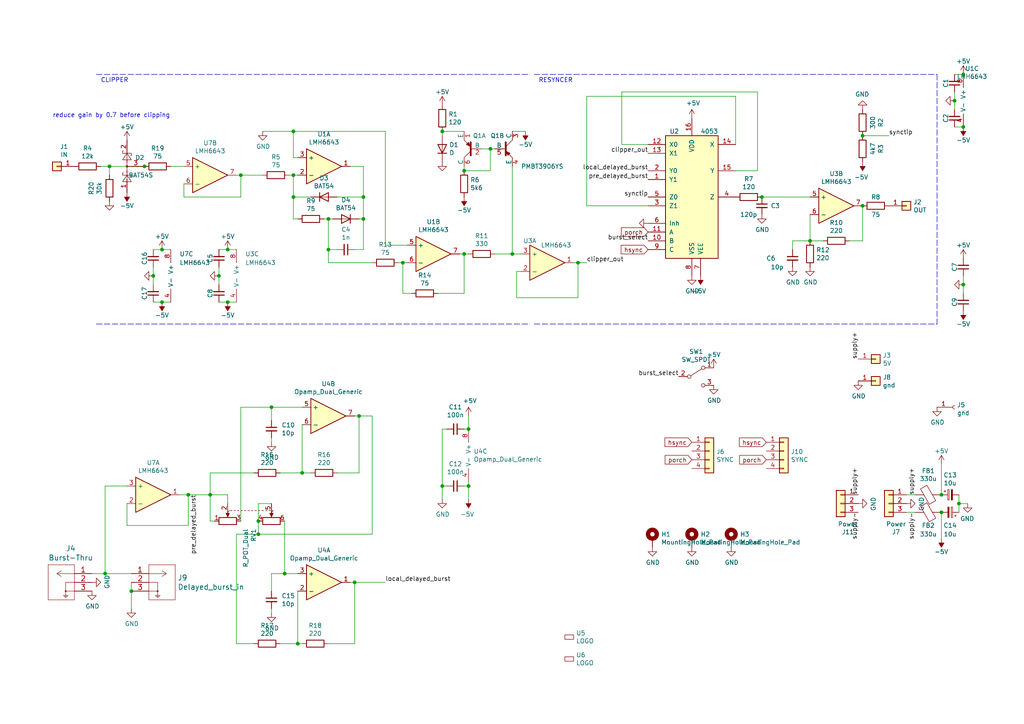
<source format=kicad_sch>
(kicad_sch (version 20211123) (generator eeschema)
  (paper "A4")
  (title_block (title "sk002-output") (date "2021-09-24") (company "[ a n y m a ]"))
  (lib_symbols
    (symbol "4xxx:4053" (pin_names (offset 1.016))
      (property "Reference" "U" (at -7.62 19.05 0))
      (property "Value" "4053" (at -7.62 -19.05 0))
      (symbol "4053_1_0"
        (pin passive line (at -12.7 5.08 0) (length 5.08) (name "Y1") (number "1"))
        (pin input line (at -12.7 -12.7 0) (length 5.08) (name "B") (number "10"))
        (pin input line (at -12.7 -10.16 0) (length 5.08) (name "A") (number "11"))
        (pin passive line (at -12.7 15.24 0) (length 5.08) (name "X0") (number "12"))
        (pin passive line (at -12.7 12.7 0) (length 5.08) (name "X1") (number "13"))
        (pin passive line (at 12.7 15.24 180) (length 5.08) (name "X") (number "14"))
        (pin passive line (at 12.7 7.62 180) (length 5.08) (name "Y") (number "15"))
        (pin power_in line (at 0 22.86 270) (length 5.08) (name "VDD") (number "16"))
        (pin passive line (at -12.7 7.62 0) (length 5.08) (name "Y0") (number "2"))
        (pin passive line (at -12.7 -2.54 0) (length 5.08) (name "Z1") (number "3"))
        (pin passive line (at 12.7 0 180) (length 5.08) (name "Z") (number "4"))
        (pin passive line (at -12.7 0 0) (length 5.08) (name "Z0") (number "5"))
        (pin input line (at -12.7 -7.62 0) (length 5.08) (name "Inh") (number "6"))
        (pin power_in line (at 2.54 -22.86 90) (length 5.08) (name "VEE") (number "7"))
        (pin power_in line (at 0 -22.86 90) (length 5.08) (name "VSS") (number "8"))
        (pin input line (at -12.7 -15.24 0) (length 5.08) (name "C") (number "9"))
      )
    )
    (symbol "Anyma_Library:LOGO" (pin_names (offset 1.016))
      (property "Reference" "U" (at 0 3.81 0))
      (property "Value" "LOGO" (at 0 0 0))
    )
    (symbol "Connector:Conn_01x01_Female" (pin_names (offset 1.016) hide)
      (property "Reference" "J" (at 0 2.54 0))
      (property "Value" "Conn_01x01_Female" (at 0 -2.54 0))
      (symbol "Conn_01x01_Female_1_1"
        (pin passive line (at -5.08 0 0) (length 3.81) (name "Pin_1") (number "1"))
      )
    )
    (symbol "Connector_Generic:Conn_01x01" (pin_names (offset 1.016) hide)
      (property "Reference" "J" (at 0 2.54 0))
      (property "Value" "Conn_01x01" (at 0 -2.54 0))
      (symbol "Conn_01x01_1_1"
        (pin passive line (at -5.08 0 0) (length 3.81) (name "Pin_1") (number "1"))
      )
    )
    (symbol "Connector_Generic:Conn_01x04" (pin_names (offset 1.016) hide)
      (property "Reference" "J" (at 0 5.08 0))
      (property "Value" "Conn_01x04" (at 0 -7.62 0))
      (symbol "Conn_01x04_1_1"
        (pin passive line (at -5.08 2.54 0) (length 3.81) (name "Pin_1") (number "1"))
        (pin passive line (at -5.08 0 0) (length 3.81) (name "Pin_2") (number "2"))
        (pin passive line (at -5.08 -2.54 0) (length 3.81) (name "Pin_3") (number "3"))
        (pin passive line (at -5.08 -5.08 0) (length 3.81) (name "Pin_4") (number "4"))
      )
    )
    (symbol "Diode:BAT54S" (pin_names (offset 1.016))
      (property "Reference" "D" (at 0.635 -3.81 0))
      (property "Value" "BAT54S" (at -6.35 3.175 0))
      (symbol "BAT54S_1_1"
        (pin passive line (at -7.62 0 0) (length 3.81) (name "~") (number "1"))
        (pin passive line (at 7.62 0 180) (length 3.81) (name "~") (number "2"))
        (pin passive line (at 0 -5.08 90) (length 5.08) (name "~") (number "3"))
      )
    )
    (symbol "Mechanical:MountingHole_Pad" (pin_numbers hide) (pin_names (offset 1.016) hide)
      (property "Reference" "H" (at 0 6.35 0))
      (property "Value" "MountingHole_Pad" (at 0 4.445 0))
      (symbol "MountingHole_Pad_1_1"
        (pin input line (at 0 -2.54 90) (length 2.54) (name "1") (number "1"))
      )
    )
    (symbol "Switch:SW_SPDT" (pin_names (offset 0) hide)
      (property "Reference" "SW" (at 0 4.318 0))
      (property "Value" "SW_SPDT" (at 0 -5.08 0))
      (symbol "SW_SPDT_1_1"
        (pin passive line (at 5.08 2.54 180) (length 2.54) (name "A") (number "1"))
        (pin passive line (at -5.08 0 0) (length 2.54) (name "B") (number "2"))
        (pin passive line (at 5.08 -2.54 180) (length 2.54) (name "C") (number "3"))
      )
    )
    (symbol "power:+5V" (power) (pin_names (offset 0))
      (property "Value" "+5V" (at 0 3.556 0))
      (symbol "+5V_1_1"
        (pin power_in line (at 0 0 90) (length 0) hide (name "+5V") (number "1"))
      )
    )
    (symbol "power:-5V" (power) (pin_names (offset 0))
      (property "Value" "-5V" (at 0 3.81 0))
      (symbol "-5V_0_0"
        (pin power_in line (at 0 0 90) (length 0) hide (name "-5V") (number "1"))
      )
    )
    (symbol "power:GND" (power) (pin_names (offset 0))
      (property "Value" "GND" (at 0 -3.81 0))
      (symbol "GND_1_1"
        (pin power_in line (at 0 0 270) (length 0) hide (name "GND") (number "1"))
      )
    )
    (symbol "sk005-monitor_resyncer-rescue:R_POT_Dual-Device" (pin_names (offset 1.016) hide)
      (property "Reference" "RV" (at 0 3.81 0))
      (property "Value" "R_POT_Dual-Device" (at 0 1.905 0))
      (symbol "R_POT_Dual-Device_1_1"
        (pin passive line (at -10.16 -2.54 0) (length 1.27) (name "1") (number "1"))
        (pin passive line (at -6.35 2.54 270) (length 2.54) (name "2") (number "2"))
        (pin passive line (at -2.54 -2.54 180) (length 1.27) (name "3") (number "3"))
        (pin passive line (at 2.54 -2.54 0) (length 1.27) (name "4") (number "4"))
        (pin passive line (at 6.35 2.54 270) (length 2.54) (name "5") (number "5"))
        (pin passive line (at 10.16 -2.54 180) (length 1.27) (name "6") (number "6"))
      )
    )
    (symbol "synkie_symbols:+5V" (power) (pin_names (offset 0))
      (property "Value" "+5V" (at 0 3.556 0))
      (symbol "+5V_1_1"
        (pin power_in line (at 0 0 90) (length 0) hide (name "+5V") (number "1"))
      )
    )
    (symbol "synkie_symbols:-5V" (power) (pin_names (offset 0))
      (property "Value" "-5V" (at 0 3.81 0))
      (symbol "-5V_0_0"
        (pin power_in line (at 0 0 90) (length 0) hide (name "-5V") (number "1"))
      )
    )
    (symbol "synkie_symbols:CP_Small" (pin_numbers hide) (pin_names (offset 0.254) hide)
      (property "Reference" "C" (at 0.254 1.778 0))
      (property "Value" "CP_Small" (at 0.254 -2.032 0))
      (symbol "CP_Small_1_1"
        (pin passive line (at 0 2.54 270) (length 1.8542) (name "~") (number "1"))
        (pin passive line (at 0 -2.54 90) (length 1.8542) (name "~") (number "2"))
      )
    )
    (symbol "synkie_symbols:C_Small" (pin_numbers hide) (pin_names (offset 0.254) hide)
      (property "Reference" "C" (at 0.254 1.778 0))
      (property "Value" "C_Small" (at 0.254 -2.032 0))
      (symbol "C_Small_1_1"
        (pin passive line (at 0 2.54 270) (length 2.032) (name "~") (number "1"))
        (pin passive line (at 0 -2.54 90) (length 2.032) (name "~") (number "2"))
      )
    )
    (symbol "synkie_symbols:Conn_01x03" (pin_names (offset 1.016) hide)
      (property "Reference" "J" (at 0 5.08 0))
      (property "Value" "Conn_01x03" (at 0 -5.08 0))
      (symbol "Conn_01x03_1_1"
        (pin passive line (at -5.08 2.54 0) (length 3.81) (name "Pin_1") (number "1"))
        (pin passive line (at -5.08 0 0) (length 3.81) (name "Pin_2") (number "2"))
        (pin passive line (at -5.08 -2.54 0) (length 3.81) (name "Pin_3") (number "3"))
      )
    )
    (symbol "synkie_symbols:D" (pin_numbers hide) (pin_names (offset 1.016) hide)
      (property "Reference" "D" (at 0 2.54 0))
      (property "Value" "D" (at 0 -2.54 0))
      (symbol "D_1_1"
        (pin passive line (at -3.81 0 0) (length 2.54) (name "K") (number "1"))
        (pin passive line (at 3.81 0 180) (length 2.54) (name "A") (number "2"))
      )
    )
    (symbol "synkie_symbols:Ferrite_Bead" (pin_numbers hide) (pin_names (offset 0))
      (property "Reference" "FB" (at -3.81 0.635 90))
      (property "Value" "Ferrite_Bead" (at 3.81 0 90))
      (symbol "Ferrite_Bead_1_1"
        (pin passive line (at 0 3.81 270) (length 2.54) (name "~") (number "1"))
        (pin passive line (at 0 -3.81 90) (length 2.54) (name "~") (number "2"))
      )
    )
    (symbol "synkie_symbols:GND" (power) (pin_names (offset 0))
      (property "Value" "GND" (at 0 -3.81 0))
      (symbol "GND_1_1"
        (pin power_in line (at 0 0 270) (length 0) hide (name "GND") (number "1"))
      )
    )
    (symbol "synkie_symbols:Opamp_Dual_Generic"
      (property "Reference" "U" (at 0 5.08 0))
      (property "Value" "Opamp_Dual_Generic" (at 0 -5.08 0))
      (symbol "Opamp_Dual_Generic_1_1"
        (pin output line (at 7.62 0 180) (length 2.54) (name "~") (number "1"))
        (pin input line (at -7.62 -2.54 0) (length 2.54) (name "-") (number "2"))
        (pin input line (at -7.62 2.54 0) (length 2.54) (name "+") (number "3"))
      )
      (symbol "Opamp_Dual_Generic_2_1"
        (pin input line (at -7.62 2.54 0) (length 2.54) (name "+") (number "5"))
        (pin input line (at -7.62 -2.54 0) (length 2.54) (name "-") (number "6"))
        (pin output line (at 7.62 0 180) (length 2.54) (name "~") (number "7"))
      )
      (symbol "Opamp_Dual_Generic_3_1"
        (pin power_in line (at -2.54 -7.62 90) (length 3.81) (name "V-") (number "4"))
        (pin power_in line (at -2.54 7.62 270) (length 3.81) (name "V+") (number "8"))
      )
    )
    (symbol "synkie_symbols:PMBT3906YS" (pin_names (offset 0))
      (property "Reference" "Q" (at -3.81 3.81 0))
      (property "Value" "PMBT3906YS" (at 4.445 0 90))
      (symbol "PMBT3906YS_1_1"
        (pin passive line (at 1.27 -5.08 90) (length 2.54) (name "E") (number "1"))
        (pin input line (at -3.81 0 0) (length 2.54) (name "B") (number "2"))
        (pin passive line (at 1.27 5.08 270) (length 2.54) (name "C") (number "6"))
      )
      (symbol "PMBT3906YS_2_1"
        (pin passive line (at 1.27 5.08 270) (length 2.54) (name "C") (number "3"))
        (pin passive line (at 1.27 -5.08 90) (length 2.54) (name "E") (number "4"))
        (pin input line (at -3.81 0 0) (length 2.54) (name "B") (number "5"))
      )
    )
    (symbol "synkie_symbols:R" (pin_numbers hide) (pin_names (offset 0))
      (property "Reference" "R" (at 2.032 0 90))
      (property "Value" "R" (at 0 0 90))
      (symbol "R_1_1"
        (pin passive line (at 0 3.81 270) (length 1.27) (name "~") (number "1"))
        (pin passive line (at 0 -3.81 90) (length 1.27) (name "~") (number "2"))
      )
    )
    (symbol "synkie_symbols:UMCC" (pin_names (offset 0.254) hide)
      (property "Reference" "J" (at 8.89 6.35 0))
      (property "Value" "UMCC" (at 8.382 -8.8392 0))
      (symbol "UMCC_1_1"
        (pin unspecified line (at 0 0 0) (length 5.08) (name "1") (number "1"))
        (pin unspecified line (at 0 -2.54 0) (length 5.08) (name "2") (number "2"))
        (pin unspecified line (at 0 -5.08 0) (length 5.08) (name "3") (number "3"))
      )
    )
  )
  (junction (at 78.74 118.11))
  (junction (at 63.5 80.01))
  (junction (at 54.61 143.51))
  (junction (at 278.13 146.05))
  (junction (at 279.4 36.83))
  (junction (at 273.05 143.51))
  (junction (at 66.04 87.63))
  (junction (at 87.63 137.16))
  (junction (at 128.27 38.1))
  (junction (at 86.36 186.69))
  (junction (at 128.27 140.97))
  (junction (at 104.14 120.65))
  (junction (at 85.09 57.15))
  (junction (at 44.45 80.01))
  (junction (at 134.62 49.53))
  (junction (at 66.04 72.39))
  (junction (at 279.4 21.59))
  (junction (at 41.91 48.26))
  (junction (at 102.87 168.91))
  (junction (at 46.99 72.39))
  (junction (at 250.19 59.69))
  (junction (at 220.98 57.15))
  (junction (at 116.84 76.2))
  (junction (at 135.89 140.97))
  (junction (at 85.09 50.8))
  (junction (at 31.75 48.26))
  (junction (at 105.41 57.15))
  (junction (at 234.95 69.85))
  (junction (at 95.25 63.5))
  (junction (at 82.55 166.37))
  (junction (at 148.59 73.66))
  (junction (at 30.48 166.37))
  (junction (at 46.99 87.63))
  (junction (at 167.64 76.2))
  (junction (at 279.4 82.55))
  (junction (at 276.86 29.21))
  (junction (at 38.1 171.45))
  (junction (at 250.19 39.37))
  (junction (at 105.41 63.5))
  (junction (at 74.93 154.94))
  (junction (at 135.89 124.46))
  (junction (at 69.85 50.8))
  (junction (at 142.24 43.18))
  (junction (at 134.62 73.66))
  (junction (at 95.25 72.39))
  (junction (at 85.09 38.1))
  (junction (at 60.96 143.51))
  (junction (at 74.93 151.13))
  (junction (at 273.05 148.59))
  (wire (pts (xy 167.64 76.2) (xy 170.18 76.2)))
  (wire (pts (xy 54.61 152.4) (xy 54.61 143.51)))
  (wire (pts (xy 279.4 85.09) (xy 279.4 82.55)))
  (wire (pts (xy 149.86 86.36) (xy 149.86 78.74)))
  (wire (pts (xy 49.53 48.26) (xy 53.34 48.26)))
  (wire (pts (xy 135.89 139.7) (xy 135.89 140.97)))
  (polyline (pts (xy 154.94 93.98) (xy 271.78 93.98)))
  (wire (pts (xy 87.63 137.16) (xy 90.17 137.16)))
  (wire (pts (xy 31.75 48.26) (xy 31.75 50.8)))
  (wire (pts (xy 133.35 73.66) (xy 134.62 73.66)))
  (wire (pts (xy 151.13 73.66) (xy 148.59 73.66)))
  (wire (pts (xy 83.82 50.8) (xy 85.09 50.8)))
  (wire (pts (xy 102.87 120.65) (xy 104.14 120.65)))
  (wire (pts (xy 213.36 41.91) (xy 213.36 27.94)))
  (wire (pts (xy 74.93 154.94) (xy 74.93 151.13)))
  (wire (pts (xy 95.25 72.39) (xy 95.25 76.2)))
  (wire (pts (xy 116.84 85.09) (xy 119.38 85.09)))
  (wire (pts (xy 170.18 27.94) (xy 170.18 59.69)))
  (wire (pts (xy 104.14 120.65) (xy 107.95 120.65)))
  (wire (pts (xy 60.96 151.13) (xy 62.23 151.13)))
  (polyline (pts (xy 271.78 21.59) (xy 271.78 93.98)))
  (wire (pts (xy 170.18 59.69) (xy 187.96 59.69)))
  (wire (pts (xy 85.09 57.15) (xy 85.09 50.8)))
  (wire (pts (xy 107.95 120.65) (xy 107.95 154.94)))
  (wire (pts (xy 111.76 38.1) (xy 111.76 71.12)))
  (wire (pts (xy 234.95 69.85) (xy 229.87 69.85)))
  (wire (pts (xy 85.09 63.5) (xy 85.09 57.15)))
  (wire (pts (xy 74.93 146.05) (xy 78.74 146.05)))
  (wire (pts (xy 276.86 31.75) (xy 276.86 29.21)))
  (wire (pts (xy 60.96 143.51) (xy 60.96 151.13)))
  (wire (pts (xy 97.79 57.15) (xy 105.41 57.15)))
  (wire (pts (xy 44.45 80.01) (xy 44.45 77.47)))
  (wire (pts (xy 85.09 38.1) (xy 111.76 38.1)))
  (wire (pts (xy 167.64 86.36) (xy 149.86 86.36)))
  (wire (pts (xy 148.59 48.26) (xy 148.59 73.66)))
  (wire (pts (xy 134.62 85.09) (xy 134.62 73.66)))
  (wire (pts (xy 44.45 87.63) (xy 46.99 87.63)))
  (wire (pts (xy 278.13 143.51) (xy 278.13 146.05)))
  (wire (pts (xy 78.74 166.37) (xy 78.74 171.45)))
  (wire (pts (xy 78.74 176.53) (xy 78.74 177.8)))
  (wire (pts (xy 134.62 140.97) (xy 135.89 140.97)))
  (wire (pts (xy 36.83 146.05) (xy 36.83 152.4)))
  (wire (pts (xy 60.96 137.16) (xy 73.66 137.16)))
  (wire (pts (xy 86.36 63.5) (xy 85.09 63.5)))
  (wire (pts (xy 278.13 146.05) (xy 278.13 148.59)))
  (wire (pts (xy 85.09 45.72) (xy 86.36 45.72)))
  (wire (pts (xy 78.74 127) (xy 78.74 128.27)))
  (wire (pts (xy 107.95 154.94) (xy 74.93 154.94)))
  (wire (pts (xy 66.04 143.51) (xy 60.96 143.51)))
  (wire (pts (xy 134.62 38.1) (xy 128.27 38.1)))
  (wire (pts (xy 76.2 38.1) (xy 85.09 38.1)))
  (wire (pts (xy 238.76 69.85) (xy 234.95 69.85)))
  (wire (pts (xy 250.19 39.37) (xy 257.81 39.37)))
  (wire (pts (xy 82.55 166.37) (xy 78.74 166.37)))
  (wire (pts (xy 46.99 87.63) (xy 49.53 87.63)))
  (wire (pts (xy 104.14 63.5) (xy 105.41 63.5)))
  (wire (pts (xy 219.71 26.67) (xy 180.34 26.67)))
  (wire (pts (xy 250.19 69.85) (xy 250.19 59.69)))
  (wire (pts (xy 38.1 171.45) (xy 38.1 176.53)))
  (wire (pts (xy 279.4 21.59) (xy 276.86 21.59)))
  (wire (pts (xy 246.38 69.85) (xy 250.19 69.85)))
  (wire (pts (xy 69.85 50.8) (xy 69.85 57.15)))
  (polyline (pts (xy 154.94 21.59) (xy 271.78 21.59)))
  (wire (pts (xy 68.58 50.8) (xy 69.85 50.8)))
  (wire (pts (xy 68.58 186.69) (xy 73.66 186.69)))
  (wire (pts (xy 213.36 27.94) (xy 170.18 27.94)))
  (wire (pts (xy 234.95 57.15) (xy 220.98 57.15)))
  (wire (pts (xy 78.74 118.11) (xy 78.74 121.92)))
  (wire (pts (xy 118.11 71.12) (xy 111.76 71.12)))
  (wire (pts (xy 46.99 72.39) (xy 49.53 72.39)))
  (wire (pts (xy 30.48 140.97) (xy 30.48 166.37)))
  (wire (pts (xy 262.89 148.59) (xy 265.43 148.59)))
  (wire (pts (xy 166.37 76.2) (xy 167.64 76.2)))
  (wire (pts (xy 115.57 76.2) (xy 116.84 76.2)))
  (wire (pts (xy 134.62 48.26) (xy 134.62 49.53)))
  (wire (pts (xy 29.21 48.26) (xy 31.75 48.26)))
  (wire (pts (xy 66.04 87.63) (xy 68.58 87.63)))
  (wire (pts (xy 31.75 48.26) (xy 41.91 48.26)))
  (wire (pts (xy 273.05 156.21) (xy 273.05 148.59)))
  (wire (pts (xy 86.36 166.37) (xy 82.55 166.37)))
  (wire (pts (xy 93.98 63.5) (xy 95.25 63.5)))
  (wire (pts (xy 102.87 168.91) (xy 111.76 168.91)))
  (wire (pts (xy 97.79 72.39) (xy 95.25 72.39)))
  (wire (pts (xy 74.93 154.94) (xy 68.58 154.94)))
  (wire (pts (xy 180.34 41.91) (xy 187.96 41.91)))
  (wire (pts (xy 139.7 43.18) (xy 142.24 43.18)))
  (wire (pts (xy 95.25 76.2) (xy 107.95 76.2)))
  (wire (pts (xy 167.64 76.2) (xy 167.64 86.36)))
  (wire (pts (xy 129.54 140.97) (xy 128.27 140.97)))
  (wire (pts (xy 104.14 137.16) (xy 104.14 120.65)))
  (wire (pts (xy 135.89 120.65) (xy 135.89 124.46)))
  (wire (pts (xy 68.58 154.94) (xy 68.58 186.69)))
  (wire (pts (xy 69.85 50.8) (xy 76.2 50.8)))
  (wire (pts (xy 85.09 50.8) (xy 86.36 50.8)))
  (wire (pts (xy 116.84 76.2) (xy 116.84 85.09)))
  (wire (pts (xy 234.95 62.23) (xy 234.95 69.85)))
  (wire (pts (xy 116.84 76.2) (xy 118.11 76.2)))
  (wire (pts (xy 69.85 118.11) (xy 78.74 118.11)))
  (wire (pts (xy 54.61 143.51) (xy 60.96 143.51)))
  (wire (pts (xy 105.41 57.15) (xy 105.41 48.26)))
  (wire (pts (xy 95.25 186.69) (xy 102.87 186.69)))
  (wire (pts (xy 134.62 124.46) (xy 135.89 124.46)))
  (wire (pts (xy 63.5 80.01) (xy 63.5 77.47)))
  (wire (pts (xy 273.05 134.62) (xy 273.05 143.51)))
  (wire (pts (xy 148.59 38.1) (xy 152.4 38.1)))
  (wire (pts (xy 63.5 72.39) (xy 66.04 72.39)))
  (wire (pts (xy 180.34 26.67) (xy 180.34 41.91)))
  (wire (pts (xy 101.6 168.91) (xy 102.87 168.91)))
  (wire (pts (xy 87.63 123.19) (xy 87.63 137.16)))
  (wire (pts (xy 142.24 49.53) (xy 142.24 43.18)))
  (wire (pts (xy 63.5 82.55) (xy 63.5 80.01)))
  (wire (pts (xy 86.36 171.45) (xy 86.36 186.69)))
  (wire (pts (xy 128.27 124.46) (xy 128.27 140.97)))
  (wire (pts (xy 134.62 49.53) (xy 142.24 49.53)))
  (wire (pts (xy 36.83 152.4) (xy 54.61 152.4)))
  (polyline (pts (xy 27.94 21.59) (xy 153.67 21.59)))
  (wire (pts (xy 36.83 140.97) (xy 30.48 140.97)))
  (wire (pts (xy 97.79 137.16) (xy 104.14 137.16)))
  (wire (pts (xy 279.4 82.55) (xy 279.4 80.01)))
  (wire (pts (xy 66.04 146.05) (xy 66.04 143.51)))
  (wire (pts (xy 229.87 69.85) (xy 229.87 72.39)))
  (wire (pts (xy 44.45 72.39) (xy 46.99 72.39)))
  (wire (pts (xy 30.48 166.37) (xy 38.1 166.37)))
  (wire (pts (xy 105.41 63.5) (xy 105.41 57.15)))
  (wire (pts (xy 149.86 78.74) (xy 151.13 78.74)))
  (wire (pts (xy 128.27 38.1) (xy 128.27 39.37)))
  (wire (pts (xy 95.25 63.5) (xy 95.25 72.39)))
  (polyline (pts (xy 27.94 93.98) (xy 153.67 93.98)))
  (wire (pts (xy 102.87 186.69) (xy 102.87 168.91)))
  (wire (pts (xy 69.85 151.13) (xy 69.85 118.11)))
  (wire (pts (xy 127 85.09) (xy 134.62 85.09)))
  (wire (pts (xy 105.41 72.39) (xy 102.87 72.39)))
  (wire (pts (xy 128.27 140.97) (xy 128.27 144.78)))
  (wire (pts (xy 81.28 137.16) (xy 87.63 137.16)))
  (wire (pts (xy 276.86 29.21) (xy 276.86 26.67)))
  (wire (pts (xy 60.96 137.16) (xy 60.96 143.51)))
  (wire (pts (xy 105.41 48.26) (xy 101.6 48.26)))
  (wire (pts (xy 38.1 168.91) (xy 38.1 171.45)))
  (wire (pts (xy 278.13 146.05) (xy 280.67 146.05)))
  (wire (pts (xy 52.07 143.51) (xy 54.61 143.51)))
  (wire (pts (xy 69.85 57.15) (xy 53.34 57.15)))
  (wire (pts (xy 95.25 63.5) (xy 96.52 63.5)))
  (wire (pts (xy 74.93 151.13) (xy 74.93 146.05)))
  (wire (pts (xy 142.24 43.18) (xy 143.51 43.18)))
  (wire (pts (xy 135.89 140.97) (xy 135.89 144.78)))
  (wire (pts (xy 262.89 143.51) (xy 265.43 143.51)))
  (wire (pts (xy 134.62 73.66) (xy 135.89 73.66)))
  (wire (pts (xy 63.5 87.63) (xy 66.04 87.63)))
  (wire (pts (xy 143.51 73.66) (xy 148.59 73.66)))
  (wire (pts (xy 26.67 166.37) (xy 30.48 166.37)))
  (wire (pts (xy 85.09 38.1) (xy 85.09 45.72)))
  (wire (pts (xy 81.28 186.69) (xy 86.36 186.69)))
  (wire (pts (xy 82.55 151.13) (xy 82.55 166.37)))
  (wire (pts (xy 128.27 124.46) (xy 129.54 124.46)))
  (wire (pts (xy 44.45 82.55) (xy 44.45 80.01)))
  (wire (pts (xy 86.36 186.69) (xy 87.63 186.69)))
  (wire (pts (xy 276.86 36.83) (xy 279.4 36.83)))
  (wire (pts (xy 90.17 57.15) (xy 85.09 57.15)))
  (wire (pts (xy 66.04 72.39) (xy 68.58 72.39)))
  (wire (pts (xy 87.63 118.11) (xy 78.74 118.11)))
  (wire (pts (xy 219.71 49.53) (xy 219.71 26.67)))
  (wire (pts (xy 105.41 63.5) (xy 105.41 72.39)))
  (wire (pts (xy 53.34 53.34) (xy 53.34 57.15)))
  (wire (pts (xy 213.36 49.53) (xy 219.71 49.53)))
  (text "RESYNCER" (at 156.21 24.13 0) (effects (font (size 1.27 1.27)) (justify left bottom)))
  (text "reduce gain by 0.7 before clipping\n" (at 15.24 34.29 0) (effects (font (size 1.27 1.27)) (justify left bottom)))
  (text "CLIPPER" (at 29.21 24.13 0) (effects (font (size 1.27 1.27)) (justify left bottom)))
  (label "supply+" (at 265.43 143.51 90))
  (label "pre_delayed_burst" (at 187.96 52.07 180))
  (label "burst_select" (at 196.85 109.22 180))
  (label "supply+" (at 248.92 143.51 90))
  (label "supply-" (at 248.92 148.59 270))
  (label "clipper_out" (at 170.18 76.2 0))
  (label "local_delayed_burst" (at 111.76 168.91 0))
  (label "burst_select" (at 187.96 69.85 180))
  (label "synctip" (at 257.81 39.37 0))
  (label "clipper_out" (at 187.96 44.45 180))
  (label "supply+" (at 248.92 104.14 90))
  (label "local_delayed_burst" (at 187.96 49.53 180))
  (label "supply-" (at 265.43 148.59 270))
  (label "synctip" (at 187.96 57.15 180))
  (label "pre_delayed_burst" (at 57.15 143.51 270))
  (global_label "porch" (shape input) (at 222.25 133.35 180) (property "Intersheet References" "${INTERSHEET_REFS}" (effects hide)))
  (global_label "porch" (shape input) (at 187.96 67.31 180) (property "Intersheet References" "${INTERSHEET_REFS}" (effects hide)))
  (global_label "hsync" (shape input) (at 200.66 128.27 180) (property "Intersheet References" "${INTERSHEET_REFS}" (effects hide)))
  (global_label "porch" (shape input) (at 200.66 133.35 180) (property "Intersheet References" "${INTERSHEET_REFS}" (effects hide)))
  (global_label "hsync" (shape input) (at 187.96 72.39 180) (property "Intersheet References" "${INTERSHEET_REFS}" (effects hide)))
  (global_label "hsync" (shape input) (at 222.25 128.27 180) (property "Intersheet References" "${INTERSHEET_REFS}" (effects hide)))
  (symbol (lib_id "synkie_symbols:Opamp_Dual_Generic") (at 95.25 120.65 0) (unit 2)
    (property "Reference" "U4" (at 95.25 111.3282 0))
    (property "Value" "Opamp_Dual_Generic" (at 95.25 113.6396 0))
    (property "Footprint" "synkie_footprints:SOIC-8_3.9x4.9mm_P1.27mm" (effects hide))
  )
  (symbol (lib_id "synkie_symbols:Opamp_Dual_Generic") (at 93.98 168.91 0) (unit 1)
    (property "Reference" "U4" (at 93.98 159.5882 0))
    (property "Value" "Opamp_Dual_Generic" (at 93.98 161.8996 0))
    (property "Footprint" "synkie_footprints:SOIC-8_3.9x4.9mm_P1.27mm" (effects hide))
  )
  (symbol (lib_id "synkie_symbols:Opamp_Dual_Generic") (at 138.43 132.08 0) (unit 3)
    (property "Reference" "U4" (at 137.3632 130.9116 0) (effects (justify left)))
    (property "Value" "Opamp_Dual_Generic" (at 137.3632 133.223 0) (effects (justify left)))
    (property "Footprint" "synkie_footprints:SOIC-8_3.9x4.9mm_P1.27mm" (effects hide))
  )
  (symbol (lib_id "synkie_symbols:R") (at 77.47 137.16 270) (unit 1)
    (property "Reference" "R15" (at 77.47 131.9022 90))
    (property "Value" "220" (at 77.47 134.2136 90))
    (property "Footprint" "synkie_footprints:R_0805_2012Metric_Pad1.15x1.40mm_HandSolder" (effects hide))
  )
  (symbol (lib_id "synkie_symbols:R") (at 93.98 137.16 270) (unit 1)
    (property "Reference" "R16" (at 93.98 131.9022 90))
    (property "Value" "220" (at 93.98 134.2136 90))
    (property "Footprint" "synkie_footprints:R_0805_2012Metric_Pad1.15x1.40mm_HandSolder" (effects hide))
  )
  (symbol (lib_id "synkie_symbols:R") (at 77.47 186.69 270) (unit 1)
    (property "Reference" "R17" (at 77.47 181.4322 90))
    (property "Value" "220" (at 77.47 183.7436 90))
    (property "Footprint" "synkie_footprints:R_0805_2012Metric_Pad1.15x1.40mm_HandSolder" (effects hide))
  )
  (symbol (lib_id "synkie_symbols:R") (at 91.44 186.69 270) (unit 1)
    (property "Reference" "R18" (at 91.44 181.4322 90))
    (property "Value" "220" (at 91.44 183.7436 90))
    (property "Footprint" "synkie_footprints:R_0805_2012Metric_Pad1.15x1.40mm_HandSolder" (effects hide))
  )
  (symbol (lib_id "synkie_symbols:C_Small") (at 78.74 124.46 0) (unit 1)
    (property "Reference" "C10" (at 81.661 123.2916 0) (effects (justify left)))
    (property "Value" "10p" (at 81.661 125.603 0) (effects (justify left)))
    (property "Footprint" "synkie_footprints:C_0805_2012Metric_Pad1.15x1.40mm_HandSolder" (effects hide))
  )
  (symbol (lib_id "synkie_symbols:C_Small") (at 78.74 173.99 0) (unit 1)
    (property "Reference" "C15" (at 81.661 172.8216 0) (effects (justify left)))
    (property "Value" "10p" (at 81.661 175.133 0) (effects (justify left)))
    (property "Footprint" "synkie_footprints:C_0805_2012Metric_Pad1.15x1.40mm_HandSolder" (effects hide))
  )
  (symbol (lib_id "power:GND") (at 78.74 128.27 0) (unit 1)
    (property "Reference" "#PWR032" (effects hide))
    (property "Value" "GND" (at 78.867 132.6642 0))
  )
  (symbol (lib_id "power:GND") (at 78.74 177.8 0) (unit 1)
    (property "Reference" "#PWR040" (effects hide))
    (property "Value" "GND" (at 78.867 182.1942 0))
  )
  (symbol (lib_id "power:+5V") (at 135.89 120.65 0) (unit 1)
    (property "Reference" "#PWR030" (effects hide))
    (property "Value" "+5V" (at 136.271 116.2558 0))
  )
  (symbol (lib_id "power:-5V") (at 135.89 144.78 180) (unit 1)
    (property "Reference" "#PWR035" (effects hide))
    (property "Value" "-5V" (at 135.509 149.1742 0))
  )
  (symbol (lib_id "power:GND") (at 128.27 144.78 0) (unit 1)
    (property "Reference" "#PWR034" (effects hide))
    (property "Value" "GND" (at 128.397 149.1742 0))
  )
  (symbol (lib_id "synkie_symbols:C_Small") (at 132.08 124.46 270) (unit 1)
    (property "Reference" "C11" (at 132.08 118.0592 90))
    (property "Value" "100n" (at 132.08 120.3706 90))
    (property "Footprint" "synkie_footprints:C_0603_1608Metric_Pad1.05x0.95mm_HandSolder" (effects hide))
  )
  (symbol (lib_id "synkie_symbols:C_Small") (at 132.08 140.97 270) (unit 1)
    (property "Reference" "C12" (at 132.08 134.5692 90))
    (property "Value" "100n" (at 132.08 136.8806 90))
    (property "Footprint" "synkie_footprints:C_0603_1608Metric_Pad1.05x0.95mm_HandSolder" (effects hide))
  )
  (symbol (lib_id "synkie_symbols:Conn_01x03") (at 257.81 146.05 0) (mirror y) (unit 1)
    (property "Reference" "J7" (at 259.8928 154.305 0))
    (property "Value" "Power" (at 259.8928 151.9936 0))
    (property "Footprint" "synkie_footprints:Molex_KK-254_AE-6410-03A_1x03_P2.54mm_Vertical" (effects hide))
  )
  (symbol (lib_id "synkie_symbols:CP_Small") (at 275.59 143.51 90) (mirror x) (unit 1)
    (property "Reference" "C13" (at 275.59 137.795 90))
    (property "Value" "10u" (at 275.59 140.1064 90))
    (property "Footprint" "synkie_footprints:CP_EIA-3528-21_Kemet-B_Pad1.50x2.35mm_HandSolder" (effects hide))
  )
  (symbol (lib_id "synkie_symbols:Ferrite_Bead") (at 269.24 143.51 90) (mirror x) (unit 1)
    (property "Reference" "FB1" (at 269.24 136.5504 90))
    (property "Value" "330u" (at 269.24 138.8618 90))
    (property "Footprint" "synkie_footprints:L_0805_2012Metric_Pad1.15x1.40mm_HandSolder" (effects hide))
  )
  (symbol (lib_id "synkie_symbols:Ferrite_Bead") (at 269.24 148.59 90) (mirror x) (unit 1)
    (property "Reference" "FB2" (at 269.24 152.4 90))
    (property "Value" "330u" (at 269.24 154.94 90))
    (property "Footprint" "synkie_footprints:L_0805_2012Metric_Pad1.15x1.40mm_HandSolder" (effects hide))
  )
  (symbol (lib_id "synkie_symbols:CP_Small") (at 275.59 148.59 270) (mirror x) (unit 1)
    (property "Reference" "C14" (at 275.59 152.4 90))
    (property "Value" "10u" (at 275.59 154.94 90))
    (property "Footprint" "synkie_footprints:CP_EIA-3528-21_Kemet-B_Pad1.50x2.35mm_HandSolder" (effects hide))
  )
  (symbol (lib_id "synkie_symbols:GND") (at 280.67 146.05 0) (mirror y) (unit 1)
    (property "Reference" "#PWR037" (effects hide))
    (property "Value" "GND" (at 280.543 150.4442 0))
  )
  (symbol (lib_id "synkie_symbols:+5V") (at 273.05 134.62 0) (mirror y) (unit 1)
    (property "Reference" "#PWR033" (effects hide))
    (property "Value" "+5V" (at 273.05 130.81 0))
  )
  (symbol (lib_id "synkie_symbols:-5V") (at 273.05 156.21 0) (mirror x) (unit 1)
    (property "Reference" "#PWR038" (effects hide))
    (property "Value" "-5V" (at 273.05 160.02 0))
  )
  (symbol (lib_id "sk005-monitor_resyncer-rescue:R_POT_Dual-Device") (at 72.39 148.59 0) (unit 1)
    (property "Reference" "RV1" (at 73.5584 153.3652 90) (effects (justify right)))
    (property "Value" "R_POT_Dual" (at 71.247 153.3652 90) (effects (justify right)))
    (property "Footprint" "synkie_footprints:RK12L123" (effects hide))
  )
  (symbol (lib_id "power:GND") (at 26.67 171.45 0) (unit 1)
    (property "Reference" "#PWR031" (effects hide))
    (property "Value" "GND" (at 26.797 175.8442 0))
  )
  (symbol (lib_id "Connector:Conn_01x01_Female") (at 276.86 118.11 0) (unit 1)
    (property "Reference" "J5" (at 277.5712 117.4496 0) (effects (justify left)))
    (property "Value" "gnd" (at 277.5712 119.761 0) (effects (justify left)))
    (property "Footprint" "synkie_footprints:Solderpad_1mm" (effects hide))
  )
  (symbol (lib_id "synkie_symbols:GND") (at 271.78 118.11 0) (unit 1)
    (property "Reference" "#PWR028" (effects hide))
    (property "Value" "GND" (at 271.907 122.5042 0))
  )
  (symbol (lib_id "4xxx:4053") (at 200.66 57.15 0) (unit 1)
    (property "Reference" "U2" (at 195.58 38.1 0))
    (property "Value" "4053" (at 205.74 38.1 0))
    (property "Footprint" "Package_SO:SOIC-16_3.9x9.9mm_P1.27mm" (effects hide))
    (property "Datasheet" "http://www.intersil.com/content/dam/Intersil/documents/cd40/cd4051bms-52bms-53bms.pdf" (effects hide))
  )
  (symbol (lib_id "synkie_symbols:GND") (at 200.66 80.01 0) (unit 1)
    (property "Reference" "#PWR023" (effects hide))
    (property "Value" "GND" (at 200.787 84.4042 0))
  )
  (symbol (lib_id "synkie_symbols:-5V") (at 203.2 80.01 180) (unit 1)
    (property "Reference" "#PWR024" (effects hide))
    (property "Value" "-5V" (at 202.819 84.4042 0))
  )
  (symbol (lib_id "synkie_symbols:+5V") (at 200.66 34.29 0) (unit 1)
    (property "Reference" "#PWR05" (effects hide))
    (property "Value" "+5V" (at 201.041 29.8958 0))
  )
  (symbol (lib_id "synkie_symbols:GND") (at 187.96 64.77 270) (unit 1)
    (property "Reference" "#PWR017" (effects hide))
    (property "Value" "GND" (effects hide))
  )
  (symbol (lib_id "synkie_symbols:Opamp_Dual_Generic") (at 242.57 59.69 0) (unit 2)
    (property "Reference" "U3" (at 242.57 50.3682 0))
    (property "Value" "LMH6643" (at 242.57 52.6796 0))
    (property "Footprint" "synkie_footprints:SOIC-8_3.9x4.9mm_P1.27mm" (effects hide))
  )
  (symbol (lib_id "synkie_symbols:R") (at 242.57 69.85 270) (unit 1)
    (property "Reference" "R10" (at 242.57 64.5922 90))
    (property "Value" "220" (at 242.57 66.9036 90))
    (property "Footprint" "synkie_footprints:R_0805_2012Metric_Pad1.15x1.40mm_HandSolder" (effects hide))
  )
  (symbol (lib_id "synkie_symbols:R") (at 234.95 73.66 180) (unit 1)
    (property "Reference" "R12" (at 236.728 72.4916 0) (effects (justify right)))
    (property "Value" "220" (at 236.728 74.803 0) (effects (justify right)))
    (property "Footprint" "synkie_footprints:R_0805_2012Metric_Pad1.15x1.40mm_HandSolder" (effects hide))
  )
  (symbol (lib_id "synkie_symbols:GND") (at 234.95 77.47 0) (unit 1)
    (property "Reference" "#PWR021" (effects hide))
    (property "Value" "GND" (at 235.077 81.8642 0))
  )
  (symbol (lib_id "synkie_symbols:R") (at 250.19 35.56 0) (unit 1)
    (property "Reference" "R2" (at 255.4478 35.56 90))
    (property "Value" "300" (at 253.1364 35.56 90))
    (property "Footprint" "synkie_footprints:R_0805_2012Metric_Pad1.15x1.40mm_HandSolder" (effects hide))
  )
  (symbol (lib_id "synkie_symbols:GND") (at 250.19 31.75 180) (unit 1)
    (property "Reference" "#PWR04" (effects hide))
    (property "Value" "GND" (at 250.063 27.3558 0))
  )
  (symbol (lib_id "synkie_symbols:R") (at 250.19 43.18 0) (unit 1)
    (property "Reference" "R3" (at 255.4478 43.18 90))
    (property "Value" "4k7" (at 253.1364 43.18 90))
    (property "Footprint" "synkie_footprints:R_0805_2012Metric_Pad1.15x1.40mm_HandSolder" (effects hide))
  )
  (symbol (lib_id "synkie_symbols:-5V") (at 152.4 38.1 180) (unit 1)
    (property "Reference" "#PWR08" (effects hide))
    (property "Value" "-5V" (at 152.4 41.91 0))
  )
  (symbol (lib_id "synkie_symbols:R") (at 134.62 53.34 180) (unit 1)
    (property "Reference" "R6" (at 136.398 52.1716 0) (effects (justify right)))
    (property "Value" "5k6" (at 136.398 54.483 0) (effects (justify right)))
    (property "Footprint" "synkie_footprints:R_0805_2012Metric_Pad1.15x1.40mm_HandSolder" (effects hide))
  )
  (symbol (lib_id "synkie_symbols:-5V") (at 134.62 57.15 180) (unit 1)
    (property "Reference" "#PWR013" (effects hide))
    (property "Value" "-5V" (at 134.62 60.96 0))
  )
  (symbol (lib_id "synkie_symbols:+5V") (at 66.04 72.39 0) (unit 1)
    (property "Reference" "#PWR018" (effects hide))
    (property "Value" "+5V" (at 66.04 68.58 0))
  )
  (symbol (lib_id "synkie_symbols:-5V") (at 66.04 87.63 180) (unit 1)
    (property "Reference" "#PWR026" (effects hide))
    (property "Value" "-5V" (at 66.04 91.44 0))
  )
  (symbol (lib_id "synkie_symbols:C_Small") (at 63.5 85.09 180) (unit 1)
    (property "Reference" "C8" (at 60.96 85.09 90))
    (property "Value" "100n" (effects hide))
    (property "Footprint" "synkie_footprints:C_0603_1608Metric_Pad1.05x0.95mm_HandSolder" (effects hide))
  )
  (symbol (lib_id "synkie_symbols:C_Small") (at 63.5 74.93 180) (unit 1)
    (property "Reference" "C5" (at 60.96 74.93 90))
    (property "Value" "100n" (effects hide))
    (property "Footprint" "synkie_footprints:C_0603_1608Metric_Pad1.05x0.95mm_HandSolder" (effects hide))
  )
  (symbol (lib_id "synkie_symbols:GND") (at 279.4 82.55 270) (unit 1)
    (property "Reference" "#PWR025" (effects hide))
    (property "Value" "GND" (effects hide))
  )
  (symbol (lib_id "synkie_symbols:C_Small") (at 279.4 77.47 180) (unit 1)
    (property "Reference" "C7" (at 276.86 77.47 90))
    (property "Value" "100n" (effects hide))
    (property "Footprint" "synkie_footprints:C_0603_1608Metric_Pad1.05x0.95mm_HandSolder" (effects hide))
  )
  (symbol (lib_id "synkie_symbols:+5V") (at 279.4 74.93 0) (unit 1)
    (property "Reference" "#PWR019" (effects hide))
    (property "Value" "+5V" (at 279.4 71.12 0))
  )
  (symbol (lib_id "synkie_symbols:-5V") (at 279.4 90.17 180) (unit 1)
    (property "Reference" "#PWR027" (effects hide))
    (property "Value" "-5V" (at 279.4 93.98 0))
  )
  (symbol (lib_id "synkie_symbols:Opamp_Dual_Generic") (at 281.94 29.21 0) (unit 3)
    (property "Reference" "U1" (at 281.94 19.8882 0))
    (property "Value" "LMH6643" (at 281.94 22.1996 0))
    (property "Footprint" "synkie_footprints:SOIC-8_3.9x4.9mm_P1.27mm" (effects hide))
  )
  (symbol (lib_id "synkie_symbols:D") (at 100.33 63.5 180) (unit 1)
    (property "Reference" "D4" (at 100.33 57.9882 0))
    (property "Value" "BAT54" (at 100.33 60.2996 0))
    (property "Footprint" "synkie_footprints:D_SOT-23_ANK" (effects hide))
  )
  (symbol (lib_id "synkie_symbols:D") (at 93.98 57.15 0) (unit 1)
    (property "Reference" "D3" (at 93.98 51.6382 0))
    (property "Value" "BAT54" (at 93.98 53.9496 0))
    (property "Footprint" "synkie_footprints:D_SOT-23_ANK" (effects hide))
  )
  (symbol (lib_id "synkie_symbols:UMCC") (at 38.1 166.37 0) (unit 1)
    (property "Reference" "J9" (at 51.5112 167.5638 0) (effects (font (size 1.524 1.524)) (justify left)))
    (property "Value" "Delayed_burst_in" (at 51.5112 170.2562 0) (effects (font (size 1.524 1.524)) (justify left)))
    (property "Footprint" "synkie_footprints:TE_UMCC_2337019-1" (effects hide))
  )
  (symbol (lib_id "synkie_symbols:GND") (at 229.87 77.47 0) (unit 1)
    (property "Reference" "#PWR020" (effects hide))
    (property "Value" "GND" (at 229.997 81.8642 0))
  )
  (symbol (lib_id "synkie_symbols:C_Small") (at 100.33 72.39 270) (unit 1)
    (property "Reference" "C4" (at 100.33 66.5734 90))
    (property "Value" "1n" (at 100.33 68.8848 90))
    (property "Footprint" "synkie_footprints:C_0805_2012Metric_Pad1.15x1.40mm_HandSolder" (effects hide))
  )
  (symbol (lib_id "synkie_symbols:GND") (at 262.89 146.05 90) (mirror x) (unit 1)
    (property "Reference" "#PWR036" (effects hide))
    (property "Value" "GND" (at 267.2842 146.177 0))
  )
  (symbol (lib_id "synkie_symbols:R") (at 80.01 50.8 270) (unit 1)
    (property "Reference" "R5" (at 80.01 45.5422 90))
    (property "Value" "75" (at 80.01 47.8536 90))
    (property "Footprint" "synkie_footprints:R_0805_2012Metric_Pad1.15x1.40mm_HandSolder" (effects hide))
  )
  (symbol (lib_id "synkie_symbols:-5V") (at 250.19 46.99 180) (unit 1)
    (property "Reference" "#PWR011" (effects hide))
    (property "Value" "-5V" (at 249.809 51.3842 0))
  )
  (symbol (lib_id "synkie_symbols:GND") (at 128.27 46.99 0) (unit 1)
    (property "Reference" "#PWR010" (effects hide))
    (property "Value" "GND" (effects hide))
  )
  (symbol (lib_id "synkie_symbols:+5V") (at 128.27 30.48 0) (unit 1)
    (property "Reference" "#PWR03" (effects hide))
    (property "Value" "+5V" (at 128.27 26.67 0))
  )
  (symbol (lib_id "synkie_symbols:R") (at 128.27 34.29 180) (unit 1)
    (property "Reference" "R1" (at 130.048 33.1216 0) (effects (justify right)))
    (property "Value" "120" (at 130.048 35.433 0) (effects (justify right)))
    (property "Footprint" "synkie_footprints:R_0805_2012Metric_Pad1.15x1.40mm_HandSolder" (effects hide))
  )
  (symbol (lib_id "synkie_symbols:D") (at 128.27 43.18 90) (unit 1)
    (property "Reference" "D1" (at 130.302 42.0116 90) (effects (justify right)))
    (property "Value" "D" (at 130.302 44.323 90) (effects (justify right)))
    (property "Footprint" "Diode_SMD:D_MiniMELF" (effects hide))
  )
  (symbol (lib_id "synkie_symbols:PMBT3906YS") (at 135.89 43.18 180) (unit 1)
    (property "Reference" "Q1" (at 140.97 39.37 0) (effects (justify left)))
    (property "Value" "PMBT3906YS" (effects hide))
    (property "Footprint" "synkie_footprints:SOT-363_SC-70-6_Handsoldering" (effects hide))
  )
  (symbol (lib_id "synkie_symbols:PMBT3906YS") (at 147.32 43.18 0) (unit 2)
    (property "Reference" "Q1" (at 142.24 39.37 0) (effects (justify left)))
    (property "Value" "PMBT3906YS" (at 151.13 48.26 0) (effects (justify left)))
    (property "Footprint" "synkie_footprints:SOT-363_SC-70-6_Handsoldering" (effects hide))
  )
  (symbol (lib_id "synkie_symbols:R") (at 139.7 73.66 270) (unit 1)
    (property "Reference" "R11" (at 139.7 68.4022 90))
    (property "Value" "330" (at 139.7 70.7136 90))
    (property "Footprint" "synkie_footprints:R_0805_2012Metric_Pad1.15x1.40mm_HandSolder" (effects hide))
  )
  (symbol (lib_id "synkie_symbols:Opamp_Dual_Generic") (at 158.75 76.2 0) (unit 1)
    (property "Reference" "U3" (at 153.67 69.85 0))
    (property "Value" "LMH6643" (at 161.29 71.12 0))
    (property "Footprint" "synkie_footprints:SOIC-8_3.9x4.9mm_P1.27mm" (effects hide))
  )
  (symbol (lib_id "synkie_symbols:R") (at 217.17 57.15 270) (unit 1)
    (property "Reference" "R7" (at 217.17 51.8922 90))
    (property "Value" "120" (at 217.17 54.2036 90))
    (property "Footprint" "synkie_footprints:R_0805_2012Metric_Pad1.15x1.40mm_HandSolder" (effects hide))
  )
  (symbol (lib_id "synkie_symbols:C_Small") (at 220.98 59.69 0) (unit 1)
    (property "Reference" "C3" (at 223.52 59.69 0) (effects (justify left)))
    (property "Value" "120p" (at 214.63 62.23 0) (effects (justify left)))
    (property "Footprint" "synkie_footprints:C_0603_1608Metric_Pad1.05x0.95mm_HandSolder" (effects hide))
  )
  (symbol (lib_id "synkie_symbols:GND") (at 220.98 62.23 0) (unit 1)
    (property "Reference" "#PWR015" (effects hide))
    (property "Value" "GND" (at 221.107 66.6242 0))
  )
  (symbol (lib_id "synkie_symbols:Opamp_Dual_Generic") (at 71.12 80.01 0) (unit 3)
    (property "Reference" "U3" (at 71.12 73.66 0) (effects (justify left)))
    (property "Value" "LMH6643" (at 71.12 76.2 0) (effects (justify left)))
    (property "Footprint" "synkie_footprints:SOIC-8_3.9x4.9mm_P1.27mm" (effects hide))
  )
  (symbol (lib_id "synkie_symbols:GND") (at 63.5 80.01 270) (unit 1)
    (property "Reference" "#PWR022" (effects hide))
    (property "Value" "GND" (effects hide))
  )
  (symbol (lib_id "synkie_symbols:C_Small") (at 279.4 87.63 180) (unit 1)
    (property "Reference" "C9" (at 276.86 87.63 90))
    (property "Value" "100n" (effects hide))
    (property "Footprint" "synkie_footprints:C_0603_1608Metric_Pad1.05x0.95mm_HandSolder" (effects hide))
  )
  (symbol (lib_id "synkie_symbols:GND") (at 276.86 29.21 270) (unit 1)
    (property "Reference" "#PWR02" (effects hide))
    (property "Value" "GND" (effects hide))
  )
  (symbol (lib_id "synkie_symbols:+5V") (at 279.4 21.59 0) (unit 1)
    (property "Reference" "#PWR01" (effects hide))
    (property "Value" "+5V" (at 279.4 17.78 0))
  )
  (symbol (lib_id "synkie_symbols:-5V") (at 279.4 36.83 180) (unit 1)
    (property "Reference" "#PWR06" (effects hide))
    (property "Value" "-5V" (at 279.4 40.64 0))
  )
  (symbol (lib_id "synkie_symbols:C_Small") (at 276.86 34.29 180) (unit 1)
    (property "Reference" "C2" (at 274.32 34.29 90))
    (property "Value" "100n" (effects hide))
    (property "Footprint" "synkie_footprints:C_0603_1608Metric_Pad1.05x0.95mm_HandSolder" (effects hide))
  )
  (symbol (lib_id "synkie_symbols:C_Small") (at 276.86 24.13 180) (unit 1)
    (property "Reference" "C1" (at 274.32 24.13 90))
    (property "Value" "100n" (effects hide))
    (property "Footprint" "synkie_footprints:C_0603_1608Metric_Pad1.05x0.95mm_HandSolder" (effects hide))
  )
  (symbol (lib_id "synkie_symbols:Opamp_Dual_Generic") (at 93.98 48.26 0) (unit 1)
    (property "Reference" "U1" (at 93.98 38.9382 0))
    (property "Value" "LMH6643" (at 93.98 41.2496 0))
    (property "Footprint" "synkie_footprints:SOIC-8_3.9x4.9mm_P1.27mm" (effects hide))
  )
  (symbol (lib_id "synkie_symbols:Opamp_Dual_Generic") (at 125.73 73.66 0) (unit 2)
    (property "Reference" "U1" (at 125.73 64.3382 0))
    (property "Value" "LMH6643" (at 125.73 66.6496 0))
    (property "Footprint" "synkie_footprints:SOIC-8_3.9x4.9mm_P1.27mm" (effects hide))
  )
  (symbol (lib_id "synkie_symbols:R") (at 111.76 76.2 270) (unit 1)
    (property "Reference" "R13" (at 111.76 70.9422 90))
    (property "Value" "75" (at 111.76 73.2536 90))
    (property "Footprint" "synkie_footprints:R_0805_2012Metric_Pad1.15x1.40mm_HandSolder" (effects hide))
  )
  (symbol (lib_id "synkie_symbols:R") (at 123.19 85.09 270) (unit 1)
    (property "Reference" "R14" (at 123.19 79.8322 90))
    (property "Value" "75" (at 123.19 82.1436 90))
    (property "Footprint" "synkie_footprints:R_0805_2012Metric_Pad1.15x1.40mm_HandSolder" (effects hide))
  )
  (symbol (lib_id "synkie_symbols:R") (at 90.17 63.5 270) (unit 1)
    (property "Reference" "R9" (at 90.17 58.2422 90))
    (property "Value" "75" (at 90.17 60.5536 90))
    (property "Footprint" "synkie_footprints:R_0805_2012Metric_Pad1.15x1.40mm_HandSolder" (effects hide))
  )
  (symbol (lib_id "synkie_symbols:R") (at 254 59.69 90) (unit 1)
    (property "Reference" "R8" (at 254 57.15 90))
    (property "Value" "75" (at 254 62.23 90))
    (property "Footprint" "synkie_footprints:R_0805_2012Metric_Pad1.15x1.40mm_HandSolder" (effects hide))
  )
  (symbol (lib_id "synkie_symbols:C_Small") (at 229.87 74.93 0) (unit 1)
    (property "Reference" "C6" (at 222.25 74.93 0) (effects (justify left)))
    (property "Value" "10p" (at 223.52 77.47 0) (effects (justify left)))
    (property "Footprint" "synkie_footprints:C_0603_1608Metric_Pad1.05x0.95mm_HandSolder" (effects hide))
  )
  (symbol (lib_id "synkie_symbols:GND") (at 76.2 38.1 0) (unit 1)
    (property "Reference" "#PWR07" (effects hide))
    (property "Value" "GND" (at 76.327 42.4942 0))
  )
  (symbol (lib_id "Anyma_Library:LOGO") (at 165.1 186.69 0) (unit 1)
    (property "Reference" "U5" (at 167.0812 183.6166 0) (effects (justify left)))
    (property "Value" "LOGO" (at 167.0812 185.928 0) (effects (justify left)))
    (property "Footprint" "anyma_footprints:logo_anyma" (effects hide))
  )
  (symbol (lib_id "Anyma_Library:LOGO") (at 165.1 193.04 0) (unit 1)
    (property "Reference" "U6" (at 167.0812 189.9666 0) (effects (justify left)))
    (property "Value" "LOGO" (at 167.0812 192.278 0) (effects (justify left)))
    (property "Footprint" "Symbol:OSHW-Logo2_9.8x8mm_SilkScreen" (effects hide))
  )
  (symbol (lib_id "power:GND") (at 38.1 176.53 0) (unit 1)
    (property "Reference" "#PWR0106" (effects hide))
    (property "Value" "GND" (at 38.227 180.9242 0))
  )
  (symbol (lib_id "synkie_symbols:UMCC") (at 26.67 166.37 0) (mirror y) (unit 1)
    (property "Reference" "J4" (at 20.5232 159.0802 0) (effects (font (size 1.524 1.524))))
    (property "Value" "Burst-Thru" (at 20.5232 161.7726 0) (effects (font (size 1.524 1.524))))
    (property "Footprint" "synkie_footprints:TE_UMCC_2337019-1" (effects hide))
  )
  (symbol (lib_id "power:GND") (at 26.67 168.91 90) (unit 1)
    (property "Reference" "#PWR029" (effects hide))
    (property "Value" "GND" (at 31.0642 168.783 0))
  )
  (symbol (lib_id "Mechanical:MountingHole_Pad") (at 212.09 156.21 0) (unit 1)
    (property "Reference" "H3" (at 214.63 154.9654 0) (effects (justify left)))
    (property "Value" "MountingHole_Pad" (at 214.63 157.2768 0) (effects (justify left)))
    (property "Footprint" "MountingHole:MountingHole_2.2mm_M2_DIN965_Pad" (effects hide))
  )
  (symbol (lib_id "Mechanical:MountingHole_Pad") (at 200.66 156.21 0) (unit 1)
    (property "Reference" "H2" (at 203.2 154.9654 0) (effects (justify left)))
    (property "Value" "MountingHole_Pad" (at 203.2 157.2768 0) (effects (justify left)))
    (property "Footprint" "MountingHole:MountingHole_2.2mm_M2_DIN965_Pad" (effects hide))
  )
  (symbol (lib_id "Mechanical:MountingHole_Pad") (at 189.23 156.21 0) (unit 1)
    (property "Reference" "H1" (at 191.77 154.9654 0) (effects (justify left)))
    (property "Value" "MountingHole_Pad" (at 191.77 157.2768 0) (effects (justify left)))
    (property "Footprint" "MountingHole:MountingHole_2.2mm_M2_DIN965_Pad" (effects hide))
  )
  (symbol (lib_id "power:GND") (at 212.09 158.75 0) (unit 1)
    (property "Reference" "#PWR043" (effects hide))
    (property "Value" "GND" (at 212.217 163.1442 0))
  )
  (symbol (lib_id "power:GND") (at 200.66 158.75 0) (unit 1)
    (property "Reference" "#PWR042" (effects hide))
    (property "Value" "GND" (at 200.787 163.1442 0))
  )
  (symbol (lib_id "power:GND") (at 189.23 158.75 0) (unit 1)
    (property "Reference" "#PWR041" (effects hide))
    (property "Value" "GND" (at 189.357 163.1442 0))
  )
  (symbol (lib_id "synkie_symbols:R") (at 25.4 48.26 270) (unit 1)
    (property "Reference" "R4" (at 25.4 43.0022 90))
    (property "Value" "12k" (at 25.4 45.3136 90))
    (property "Footprint" "synkie_footprints:R_0805_2012Metric_Pad1.15x1.40mm_HandSolder" (effects hide))
  )
  (symbol (lib_id "Diode:BAT54S") (at 36.83 48.26 90) (unit 1)
    (property "Reference" "D2" (at 41.91 45.72 90) (effects (justify left)))
    (property "Value" "BAT54S" (at 44.45 50.8 90) (effects (justify left)))
    (property "Footprint" "Package_TO_SOT_SMD:SOT-23" (effects hide))
    (property "Datasheet" "https://www.diodes.com/assets/Datasheets/ds11005.pdf" (effects hide))
  )
  (symbol (lib_id "synkie_symbols:+5V") (at 36.83 40.64 0) (unit 1)
    (property "Reference" "#PWR09" (effects hide))
    (property "Value" "+5V" (at 36.83 36.83 0))
  )
  (symbol (lib_id "synkie_symbols:-5V") (at 36.83 55.88 180) (unit 1)
    (property "Reference" "#PWR014" (effects hide))
    (property "Value" "-5V" (at 36.83 59.69 0))
  )
  (symbol (lib_id "Connector_Generic:Conn_01x04") (at 205.74 130.81 0) (unit 1)
    (property "Reference" "J6" (at 207.772 131.0132 0) (effects (justify left)))
    (property "Value" "SYNC" (at 207.772 133.3246 0) (effects (justify left)))
    (property "Footprint" "synkie_footprints:Molex_KK-254_AE-6410-04A_1x04_P2.54mm_Vertical" (effects hide))
  )
  (symbol (lib_id "Switch:SW_SPDT") (at 201.93 109.22 0) (unit 1)
    (property "Reference" "SW1" (at 201.93 101.981 0))
    (property "Value" "SW_SPDT" (at 201.93 104.2924 0))
    (property "Footprint" "synkie_footprints:PinHeader_1x03_P2.54mm_Vertical" (effects hide))
  )
  (symbol (lib_id "synkie_symbols:GND") (at 207.01 111.76 0) (unit 1)
    (property "Reference" "#PWR0101" (effects hide))
    (property "Value" "GND" (at 207.137 116.1542 0))
  )
  (symbol (lib_id "synkie_symbols:+5V") (at 207.01 106.68 0) (unit 1)
    (property "Reference" "#PWR0102" (effects hide))
    (property "Value" "+5V" (at 207.01 102.87 0))
  )
  (symbol (lib_id "Connector_Generic:Conn_01x04") (at 227.33 130.81 0) (unit 1)
    (property "Reference" "J10" (at 229.362 131.0132 0) (effects (justify left)))
    (property "Value" "SYNC" (at 229.362 133.3246 0) (effects (justify left)))
    (property "Footprint" "synkie_footprints:Molex_KK-254_AE-6410-04A_1x04_P2.54mm_Vertical" (effects hide))
  )
  (symbol (lib_id "synkie_symbols:Conn_01x03") (at 243.84 146.05 0) (mirror y) (unit 1)
    (property "Reference" "J11" (at 245.9228 154.305 0))
    (property "Value" "Power" (at 245.9228 151.9936 0))
    (property "Footprint" "synkie_footprints:Molex_KK-254_AE-6410-03A_1x03_P2.54mm_Vertical" (effects hide))
  )
  (symbol (lib_id "synkie_symbols:GND") (at 248.92 146.05 90) (mirror x) (unit 1)
    (property "Reference" "#PWR0103" (effects hide))
    (property "Value" "GND" (at 253.3142 146.177 0))
  )
  (symbol (lib_id "Connector_Generic:Conn_01x01") (at 16.51 48.26 180) (unit 1)
    (property "Reference" "J1" (at 18.5928 42.545 0))
    (property "Value" "IN" (at 18.5928 44.8564 0))
    (property "Footprint" "synkie_footprints:Solderpad_1mm" (effects hide))
  )
  (symbol (lib_id "Connector_Generic:Conn_01x01") (at 262.89 59.69 0) (unit 1)
    (property "Reference" "J2" (at 264.922 58.6232 0) (effects (justify left)))
    (property "Value" "OUT" (at 264.922 60.9346 0) (effects (justify left)))
    (property "Footprint" "synkie_footprints:Solderpad_1mm" (effects hide))
  )
  (symbol (lib_id "Connector_Generic:Conn_01x01") (at 254 104.14 0) (unit 1)
    (property "Reference" "J3" (at 256.032 103.0732 0) (effects (justify left)))
    (property "Value" "5V" (at 256.032 105.3846 0) (effects (justify left)))
    (property "Footprint" "synkie_footprints:Solderpad_1mm" (effects hide))
  )
  (symbol (lib_id "Connector_Generic:Conn_01x01") (at 254 110.49 0) (unit 1)
    (property "Reference" "J8" (at 256.032 109.4232 0) (effects (justify left)))
    (property "Value" "gnd" (at 256.032 111.7346 0) (effects (justify left)))
    (property "Footprint" "synkie_footprints:Solderpad_1mm" (effects hide))
  )
  (symbol (lib_id "synkie_symbols:GND") (at 248.92 110.49 0) (unit 1)
    (property "Reference" "#PWR0105" (effects hide))
    (property "Value" "GND" (at 249.047 114.8842 0))
  )
  (symbol (lib_id "synkie_symbols:GND") (at 44.45 80.01 270) (unit 1)
    (property "Reference" "#PWR0104" (effects hide))
    (property "Value" "GND" (effects hide))
  )
  (symbol (lib_id "synkie_symbols:C_Small") (at 44.45 74.93 180) (unit 1)
    (property "Reference" "C16" (at 41.91 74.93 90))
    (property "Value" "100n" (effects hide))
    (property "Footprint" "synkie_footprints:C_0603_1608Metric_Pad1.05x0.95mm_HandSolder" (effects hide))
  )
  (symbol (lib_id "synkie_symbols:GND") (at 31.75 58.42 0) (unit 1)
    (property "Reference" "#PWR0109" (effects hide))
    (property "Value" "GND" (effects hide))
  )
  (symbol (lib_id "synkie_symbols:R") (at 31.75 54.61 0) (unit 1)
    (property "Reference" "R20" (at 26.4922 54.61 90))
    (property "Value" "30k" (at 28.8036 54.61 90))
    (property "Footprint" "synkie_footprints:R_0805_2012Metric_Pad1.15x1.40mm_HandSolder" (effects hide))
  )
  (symbol (lib_id "synkie_symbols:Opamp_Dual_Generic") (at 44.45 143.51 0) (unit 1)
    (property "Reference" "U7" (at 44.45 134.1882 0))
    (property "Value" "LMH6643" (at 44.45 136.4996 0))
    (property "Footprint" "synkie_footprints:SOIC-8_3.9x4.9mm_P1.27mm" (effects hide))
  )
  (symbol (lib_id "synkie_symbols:Opamp_Dual_Generic") (at 52.07 80.01 0) (unit 3)
    (property "Reference" "U7" (at 52.07 73.66 0) (effects (justify left)))
    (property "Value" "LMH6643" (at 52.07 76.2 0) (effects (justify left)))
    (property "Footprint" "synkie_footprints:SOIC-8_3.9x4.9mm_P1.27mm" (effects hide))
  )
  (symbol (lib_id "synkie_symbols:R") (at 45.72 48.26 270) (unit 1)
    (property "Reference" "R19" (at 45.72 43.0022 90))
    (property "Value" "75" (at 45.72 45.3136 90))
    (property "Footprint" "synkie_footprints:R_0805_2012Metric_Pad1.15x1.40mm_HandSolder" (effects hide))
  )
  (symbol (lib_id "synkie_symbols:C_Small") (at 44.45 85.09 180) (unit 1)
    (property "Reference" "C17" (at 41.91 85.09 90))
    (property "Value" "100n" (effects hide))
    (property "Footprint" "synkie_footprints:C_0603_1608Metric_Pad1.05x0.95mm_HandSolder" (effects hide))
  )
  (symbol (lib_id "synkie_symbols:-5V") (at 46.99 87.63 180) (unit 1)
    (property "Reference" "#PWR0107" (effects hide))
    (property "Value" "-5V" (at 46.99 91.44 0))
  )
  (symbol (lib_id "synkie_symbols:+5V") (at 46.99 72.39 0) (unit 1)
    (property "Reference" "#PWR0108" (effects hide))
    (property "Value" "+5V" (at 46.99 68.58 0))
  )
  (symbol (lib_id "synkie_symbols:Opamp_Dual_Generic") (at 60.96 50.8 0) (unit 2)
    (property "Reference" "U7" (at 60.96 41.4782 0))
    (property "Value" "LMH6643" (at 60.96 43.7896 0))
    (property "Footprint" "synkie_footprints:SOIC-8_3.9x4.9mm_P1.27mm" (effects hide))
  )
)
</source>
